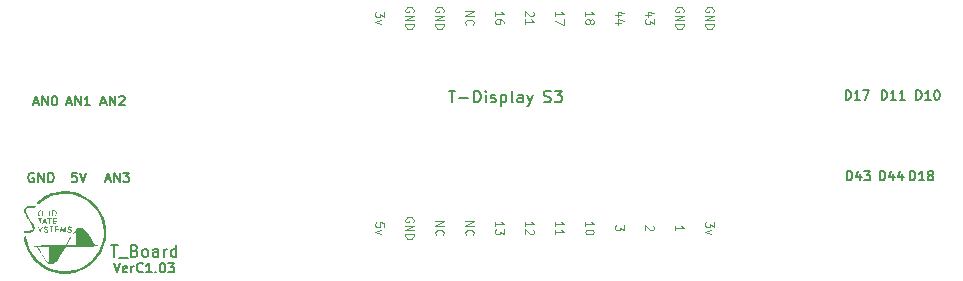
<source format=gbr>
%TF.GenerationSoftware,KiCad,Pcbnew,(7.0.0)*%
%TF.CreationDate,2024-02-24T11:05:22-08:00*%
%TF.ProjectId,Top_Board,546f705f-426f-4617-9264-2e6b69636164,0*%
%TF.SameCoordinates,Original*%
%TF.FileFunction,Legend,Top*%
%TF.FilePolarity,Positive*%
%FSLAX46Y46*%
G04 Gerber Fmt 4.6, Leading zero omitted, Abs format (unit mm)*
G04 Created by KiCad (PCBNEW (7.0.0)) date 2024-02-24 11:05:22*
%MOMM*%
%LPD*%
G01*
G04 APERTURE LIST*
%ADD10C,0.150000*%
%ADD11C,0.100000*%
G04 APERTURE END LIST*
D10*
X114325523Y-94807333D02*
X114706476Y-94807333D01*
X114249333Y-95035904D02*
X114516000Y-94235904D01*
X114516000Y-94235904D02*
X114782666Y-95035904D01*
X115049333Y-95035904D02*
X115049333Y-94235904D01*
X115049333Y-94235904D02*
X115506476Y-95035904D01*
X115506476Y-95035904D02*
X115506476Y-94235904D01*
X116039809Y-94235904D02*
X116115999Y-94235904D01*
X116115999Y-94235904D02*
X116192190Y-94274000D01*
X116192190Y-94274000D02*
X116230285Y-94312095D01*
X116230285Y-94312095D02*
X116268380Y-94388285D01*
X116268380Y-94388285D02*
X116306475Y-94540666D01*
X116306475Y-94540666D02*
X116306475Y-94731142D01*
X116306475Y-94731142D02*
X116268380Y-94883523D01*
X116268380Y-94883523D02*
X116230285Y-94959714D01*
X116230285Y-94959714D02*
X116192190Y-94997809D01*
X116192190Y-94997809D02*
X116115999Y-95035904D01*
X116115999Y-95035904D02*
X116039809Y-95035904D01*
X116039809Y-95035904D02*
X115963618Y-94997809D01*
X115963618Y-94997809D02*
X115925523Y-94959714D01*
X115925523Y-94959714D02*
X115887428Y-94883523D01*
X115887428Y-94883523D02*
X115849332Y-94731142D01*
X115849332Y-94731142D02*
X115849332Y-94540666D01*
X115849332Y-94540666D02*
X115887428Y-94388285D01*
X115887428Y-94388285D02*
X115925523Y-94312095D01*
X115925523Y-94312095D02*
X115963618Y-94274000D01*
X115963618Y-94274000D02*
X116039809Y-94235904D01*
X149447238Y-93778380D02*
X150018666Y-93778380D01*
X149732952Y-94778380D02*
X149732952Y-93778380D01*
X150352000Y-94397428D02*
X151113905Y-94397428D01*
X151590095Y-94778380D02*
X151590095Y-93778380D01*
X151590095Y-93778380D02*
X151828190Y-93778380D01*
X151828190Y-93778380D02*
X151971047Y-93826000D01*
X151971047Y-93826000D02*
X152066285Y-93921238D01*
X152066285Y-93921238D02*
X152113904Y-94016476D01*
X152113904Y-94016476D02*
X152161523Y-94206952D01*
X152161523Y-94206952D02*
X152161523Y-94349809D01*
X152161523Y-94349809D02*
X152113904Y-94540285D01*
X152113904Y-94540285D02*
X152066285Y-94635523D01*
X152066285Y-94635523D02*
X151971047Y-94730761D01*
X151971047Y-94730761D02*
X151828190Y-94778380D01*
X151828190Y-94778380D02*
X151590095Y-94778380D01*
X152590095Y-94778380D02*
X152590095Y-94111714D01*
X152590095Y-93778380D02*
X152542476Y-93826000D01*
X152542476Y-93826000D02*
X152590095Y-93873619D01*
X152590095Y-93873619D02*
X152637714Y-93826000D01*
X152637714Y-93826000D02*
X152590095Y-93778380D01*
X152590095Y-93778380D02*
X152590095Y-93873619D01*
X153018666Y-94730761D02*
X153113904Y-94778380D01*
X153113904Y-94778380D02*
X153304380Y-94778380D01*
X153304380Y-94778380D02*
X153399618Y-94730761D01*
X153399618Y-94730761D02*
X153447237Y-94635523D01*
X153447237Y-94635523D02*
X153447237Y-94587904D01*
X153447237Y-94587904D02*
X153399618Y-94492666D01*
X153399618Y-94492666D02*
X153304380Y-94445047D01*
X153304380Y-94445047D02*
X153161523Y-94445047D01*
X153161523Y-94445047D02*
X153066285Y-94397428D01*
X153066285Y-94397428D02*
X153018666Y-94302190D01*
X153018666Y-94302190D02*
X153018666Y-94254571D01*
X153018666Y-94254571D02*
X153066285Y-94159333D01*
X153066285Y-94159333D02*
X153161523Y-94111714D01*
X153161523Y-94111714D02*
X153304380Y-94111714D01*
X153304380Y-94111714D02*
X153399618Y-94159333D01*
X153875809Y-94111714D02*
X153875809Y-95111714D01*
X153875809Y-94159333D02*
X153971047Y-94111714D01*
X153971047Y-94111714D02*
X154161523Y-94111714D01*
X154161523Y-94111714D02*
X154256761Y-94159333D01*
X154256761Y-94159333D02*
X154304380Y-94206952D01*
X154304380Y-94206952D02*
X154351999Y-94302190D01*
X154351999Y-94302190D02*
X154351999Y-94587904D01*
X154351999Y-94587904D02*
X154304380Y-94683142D01*
X154304380Y-94683142D02*
X154256761Y-94730761D01*
X154256761Y-94730761D02*
X154161523Y-94778380D01*
X154161523Y-94778380D02*
X153971047Y-94778380D01*
X153971047Y-94778380D02*
X153875809Y-94730761D01*
X154923428Y-94778380D02*
X154828190Y-94730761D01*
X154828190Y-94730761D02*
X154780571Y-94635523D01*
X154780571Y-94635523D02*
X154780571Y-93778380D01*
X155732952Y-94778380D02*
X155732952Y-94254571D01*
X155732952Y-94254571D02*
X155685333Y-94159333D01*
X155685333Y-94159333D02*
X155590095Y-94111714D01*
X155590095Y-94111714D02*
X155399619Y-94111714D01*
X155399619Y-94111714D02*
X155304381Y-94159333D01*
X155732952Y-94730761D02*
X155637714Y-94778380D01*
X155637714Y-94778380D02*
X155399619Y-94778380D01*
X155399619Y-94778380D02*
X155304381Y-94730761D01*
X155304381Y-94730761D02*
X155256762Y-94635523D01*
X155256762Y-94635523D02*
X155256762Y-94540285D01*
X155256762Y-94540285D02*
X155304381Y-94445047D01*
X155304381Y-94445047D02*
X155399619Y-94397428D01*
X155399619Y-94397428D02*
X155637714Y-94397428D01*
X155637714Y-94397428D02*
X155732952Y-94349809D01*
X156113905Y-94111714D02*
X156352000Y-94778380D01*
X156590095Y-94111714D02*
X156352000Y-94778380D01*
X156352000Y-94778380D02*
X156256762Y-95016476D01*
X156256762Y-95016476D02*
X156209143Y-95064095D01*
X156209143Y-95064095D02*
X156113905Y-95111714D01*
X157523429Y-94730761D02*
X157666286Y-94778380D01*
X157666286Y-94778380D02*
X157904381Y-94778380D01*
X157904381Y-94778380D02*
X157999619Y-94730761D01*
X157999619Y-94730761D02*
X158047238Y-94683142D01*
X158047238Y-94683142D02*
X158094857Y-94587904D01*
X158094857Y-94587904D02*
X158094857Y-94492666D01*
X158094857Y-94492666D02*
X158047238Y-94397428D01*
X158047238Y-94397428D02*
X157999619Y-94349809D01*
X157999619Y-94349809D02*
X157904381Y-94302190D01*
X157904381Y-94302190D02*
X157713905Y-94254571D01*
X157713905Y-94254571D02*
X157618667Y-94206952D01*
X157618667Y-94206952D02*
X157571048Y-94159333D01*
X157571048Y-94159333D02*
X157523429Y-94064095D01*
X157523429Y-94064095D02*
X157523429Y-93968857D01*
X157523429Y-93968857D02*
X157571048Y-93873619D01*
X157571048Y-93873619D02*
X157618667Y-93826000D01*
X157618667Y-93826000D02*
X157713905Y-93778380D01*
X157713905Y-93778380D02*
X157952000Y-93778380D01*
X157952000Y-93778380D02*
X158094857Y-93826000D01*
X158428191Y-93778380D02*
X159047238Y-93778380D01*
X159047238Y-93778380D02*
X158713905Y-94159333D01*
X158713905Y-94159333D02*
X158856762Y-94159333D01*
X158856762Y-94159333D02*
X158952000Y-94206952D01*
X158952000Y-94206952D02*
X158999619Y-94254571D01*
X158999619Y-94254571D02*
X159047238Y-94349809D01*
X159047238Y-94349809D02*
X159047238Y-94587904D01*
X159047238Y-94587904D02*
X158999619Y-94683142D01*
X158999619Y-94683142D02*
X158952000Y-94730761D01*
X158952000Y-94730761D02*
X158856762Y-94778380D01*
X158856762Y-94778380D02*
X158571048Y-94778380D01*
X158571048Y-94778380D02*
X158475810Y-94730761D01*
X158475810Y-94730761D02*
X158428191Y-94683142D01*
X120421523Y-101284333D02*
X120802476Y-101284333D01*
X120345333Y-101512904D02*
X120612000Y-100712904D01*
X120612000Y-100712904D02*
X120878666Y-101512904D01*
X121145333Y-101512904D02*
X121145333Y-100712904D01*
X121145333Y-100712904D02*
X121602476Y-101512904D01*
X121602476Y-101512904D02*
X121602476Y-100712904D01*
X121907237Y-100712904D02*
X122402475Y-100712904D01*
X122402475Y-100712904D02*
X122135809Y-101017666D01*
X122135809Y-101017666D02*
X122250094Y-101017666D01*
X122250094Y-101017666D02*
X122326285Y-101055761D01*
X122326285Y-101055761D02*
X122364380Y-101093857D01*
X122364380Y-101093857D02*
X122402475Y-101170047D01*
X122402475Y-101170047D02*
X122402475Y-101360523D01*
X122402475Y-101360523D02*
X122364380Y-101436714D01*
X122364380Y-101436714D02*
X122326285Y-101474809D01*
X122326285Y-101474809D02*
X122250094Y-101512904D01*
X122250094Y-101512904D02*
X122021523Y-101512904D01*
X122021523Y-101512904D02*
X121945332Y-101474809D01*
X121945332Y-101474809D02*
X121907237Y-101436714D01*
X188512571Y-101385904D02*
X188512571Y-100585904D01*
X188512571Y-100585904D02*
X188703047Y-100585904D01*
X188703047Y-100585904D02*
X188817333Y-100624000D01*
X188817333Y-100624000D02*
X188893523Y-100700190D01*
X188893523Y-100700190D02*
X188931618Y-100776380D01*
X188931618Y-100776380D02*
X188969714Y-100928761D01*
X188969714Y-100928761D02*
X188969714Y-101043047D01*
X188969714Y-101043047D02*
X188931618Y-101195428D01*
X188931618Y-101195428D02*
X188893523Y-101271619D01*
X188893523Y-101271619D02*
X188817333Y-101347809D01*
X188817333Y-101347809D02*
X188703047Y-101385904D01*
X188703047Y-101385904D02*
X188512571Y-101385904D01*
X189731618Y-101385904D02*
X189274475Y-101385904D01*
X189503047Y-101385904D02*
X189503047Y-100585904D01*
X189503047Y-100585904D02*
X189426856Y-100700190D01*
X189426856Y-100700190D02*
X189350666Y-100776380D01*
X189350666Y-100776380D02*
X189274475Y-100814476D01*
X190188761Y-100928761D02*
X190112571Y-100890666D01*
X190112571Y-100890666D02*
X190074476Y-100852571D01*
X190074476Y-100852571D02*
X190036380Y-100776380D01*
X190036380Y-100776380D02*
X190036380Y-100738285D01*
X190036380Y-100738285D02*
X190074476Y-100662095D01*
X190074476Y-100662095D02*
X190112571Y-100624000D01*
X190112571Y-100624000D02*
X190188761Y-100585904D01*
X190188761Y-100585904D02*
X190341142Y-100585904D01*
X190341142Y-100585904D02*
X190417333Y-100624000D01*
X190417333Y-100624000D02*
X190455428Y-100662095D01*
X190455428Y-100662095D02*
X190493523Y-100738285D01*
X190493523Y-100738285D02*
X190493523Y-100776380D01*
X190493523Y-100776380D02*
X190455428Y-100852571D01*
X190455428Y-100852571D02*
X190417333Y-100890666D01*
X190417333Y-100890666D02*
X190341142Y-100928761D01*
X190341142Y-100928761D02*
X190188761Y-100928761D01*
X190188761Y-100928761D02*
X190112571Y-100966857D01*
X190112571Y-100966857D02*
X190074476Y-101004952D01*
X190074476Y-101004952D02*
X190036380Y-101081142D01*
X190036380Y-101081142D02*
X190036380Y-101233523D01*
X190036380Y-101233523D02*
X190074476Y-101309714D01*
X190074476Y-101309714D02*
X190112571Y-101347809D01*
X190112571Y-101347809D02*
X190188761Y-101385904D01*
X190188761Y-101385904D02*
X190341142Y-101385904D01*
X190341142Y-101385904D02*
X190417333Y-101347809D01*
X190417333Y-101347809D02*
X190455428Y-101309714D01*
X190455428Y-101309714D02*
X190493523Y-101233523D01*
X190493523Y-101233523D02*
X190493523Y-101081142D01*
X190493523Y-101081142D02*
X190455428Y-101004952D01*
X190455428Y-101004952D02*
X190417333Y-100966857D01*
X190417333Y-100966857D02*
X190341142Y-100928761D01*
X121107190Y-108372904D02*
X121373857Y-109172904D01*
X121373857Y-109172904D02*
X121640523Y-108372904D01*
X122211952Y-109134809D02*
X122135761Y-109172904D01*
X122135761Y-109172904D02*
X121983380Y-109172904D01*
X121983380Y-109172904D02*
X121907190Y-109134809D01*
X121907190Y-109134809D02*
X121869094Y-109058619D01*
X121869094Y-109058619D02*
X121869094Y-108753857D01*
X121869094Y-108753857D02*
X121907190Y-108677666D01*
X121907190Y-108677666D02*
X121983380Y-108639571D01*
X121983380Y-108639571D02*
X122135761Y-108639571D01*
X122135761Y-108639571D02*
X122211952Y-108677666D01*
X122211952Y-108677666D02*
X122250047Y-108753857D01*
X122250047Y-108753857D02*
X122250047Y-108830047D01*
X122250047Y-108830047D02*
X121869094Y-108906238D01*
X122592904Y-109172904D02*
X122592904Y-108639571D01*
X122592904Y-108791952D02*
X122630999Y-108715761D01*
X122630999Y-108715761D02*
X122669094Y-108677666D01*
X122669094Y-108677666D02*
X122745285Y-108639571D01*
X122745285Y-108639571D02*
X122821475Y-108639571D01*
X123545285Y-109096714D02*
X123507189Y-109134809D01*
X123507189Y-109134809D02*
X123392904Y-109172904D01*
X123392904Y-109172904D02*
X123316713Y-109172904D01*
X123316713Y-109172904D02*
X123202427Y-109134809D01*
X123202427Y-109134809D02*
X123126237Y-109058619D01*
X123126237Y-109058619D02*
X123088142Y-108982428D01*
X123088142Y-108982428D02*
X123050046Y-108830047D01*
X123050046Y-108830047D02*
X123050046Y-108715761D01*
X123050046Y-108715761D02*
X123088142Y-108563380D01*
X123088142Y-108563380D02*
X123126237Y-108487190D01*
X123126237Y-108487190D02*
X123202427Y-108411000D01*
X123202427Y-108411000D02*
X123316713Y-108372904D01*
X123316713Y-108372904D02*
X123392904Y-108372904D01*
X123392904Y-108372904D02*
X123507189Y-108411000D01*
X123507189Y-108411000D02*
X123545285Y-108449095D01*
X124307189Y-109172904D02*
X123850046Y-109172904D01*
X124078618Y-109172904D02*
X124078618Y-108372904D01*
X124078618Y-108372904D02*
X124002427Y-108487190D01*
X124002427Y-108487190D02*
X123926237Y-108563380D01*
X123926237Y-108563380D02*
X123850046Y-108601476D01*
X124650047Y-109096714D02*
X124688142Y-109134809D01*
X124688142Y-109134809D02*
X124650047Y-109172904D01*
X124650047Y-109172904D02*
X124611951Y-109134809D01*
X124611951Y-109134809D02*
X124650047Y-109096714D01*
X124650047Y-109096714D02*
X124650047Y-109172904D01*
X125183380Y-108372904D02*
X125259570Y-108372904D01*
X125259570Y-108372904D02*
X125335761Y-108411000D01*
X125335761Y-108411000D02*
X125373856Y-108449095D01*
X125373856Y-108449095D02*
X125411951Y-108525285D01*
X125411951Y-108525285D02*
X125450046Y-108677666D01*
X125450046Y-108677666D02*
X125450046Y-108868142D01*
X125450046Y-108868142D02*
X125411951Y-109020523D01*
X125411951Y-109020523D02*
X125373856Y-109096714D01*
X125373856Y-109096714D02*
X125335761Y-109134809D01*
X125335761Y-109134809D02*
X125259570Y-109172904D01*
X125259570Y-109172904D02*
X125183380Y-109172904D01*
X125183380Y-109172904D02*
X125107189Y-109134809D01*
X125107189Y-109134809D02*
X125069094Y-109096714D01*
X125069094Y-109096714D02*
X125030999Y-109020523D01*
X125030999Y-109020523D02*
X124992903Y-108868142D01*
X124992903Y-108868142D02*
X124992903Y-108677666D01*
X124992903Y-108677666D02*
X125030999Y-108525285D01*
X125030999Y-108525285D02*
X125069094Y-108449095D01*
X125069094Y-108449095D02*
X125107189Y-108411000D01*
X125107189Y-108411000D02*
X125183380Y-108372904D01*
X125716713Y-108372904D02*
X126211951Y-108372904D01*
X126211951Y-108372904D02*
X125945285Y-108677666D01*
X125945285Y-108677666D02*
X126059570Y-108677666D01*
X126059570Y-108677666D02*
X126135761Y-108715761D01*
X126135761Y-108715761D02*
X126173856Y-108753857D01*
X126173856Y-108753857D02*
X126211951Y-108830047D01*
X126211951Y-108830047D02*
X126211951Y-109020523D01*
X126211951Y-109020523D02*
X126173856Y-109096714D01*
X126173856Y-109096714D02*
X126135761Y-109134809D01*
X126135761Y-109134809D02*
X126059570Y-109172904D01*
X126059570Y-109172904D02*
X125830999Y-109172904D01*
X125830999Y-109172904D02*
X125754808Y-109134809D01*
X125754808Y-109134809D02*
X125716713Y-109096714D01*
X114325476Y-100751000D02*
X114249286Y-100712904D01*
X114249286Y-100712904D02*
X114135000Y-100712904D01*
X114135000Y-100712904D02*
X114020714Y-100751000D01*
X114020714Y-100751000D02*
X113944524Y-100827190D01*
X113944524Y-100827190D02*
X113906429Y-100903380D01*
X113906429Y-100903380D02*
X113868333Y-101055761D01*
X113868333Y-101055761D02*
X113868333Y-101170047D01*
X113868333Y-101170047D02*
X113906429Y-101322428D01*
X113906429Y-101322428D02*
X113944524Y-101398619D01*
X113944524Y-101398619D02*
X114020714Y-101474809D01*
X114020714Y-101474809D02*
X114135000Y-101512904D01*
X114135000Y-101512904D02*
X114211191Y-101512904D01*
X114211191Y-101512904D02*
X114325476Y-101474809D01*
X114325476Y-101474809D02*
X114363572Y-101436714D01*
X114363572Y-101436714D02*
X114363572Y-101170047D01*
X114363572Y-101170047D02*
X114211191Y-101170047D01*
X114706429Y-101512904D02*
X114706429Y-100712904D01*
X114706429Y-100712904D02*
X115163572Y-101512904D01*
X115163572Y-101512904D02*
X115163572Y-100712904D01*
X115544524Y-101512904D02*
X115544524Y-100712904D01*
X115544524Y-100712904D02*
X115735000Y-100712904D01*
X115735000Y-100712904D02*
X115849286Y-100751000D01*
X115849286Y-100751000D02*
X115925476Y-100827190D01*
X115925476Y-100827190D02*
X115963571Y-100903380D01*
X115963571Y-100903380D02*
X116001667Y-101055761D01*
X116001667Y-101055761D02*
X116001667Y-101170047D01*
X116001667Y-101170047D02*
X115963571Y-101322428D01*
X115963571Y-101322428D02*
X115925476Y-101398619D01*
X115925476Y-101398619D02*
X115849286Y-101474809D01*
X115849286Y-101474809D02*
X115735000Y-101512904D01*
X115735000Y-101512904D02*
X115544524Y-101512904D01*
X189035571Y-94549904D02*
X189035571Y-93749904D01*
X189035571Y-93749904D02*
X189226047Y-93749904D01*
X189226047Y-93749904D02*
X189340333Y-93788000D01*
X189340333Y-93788000D02*
X189416523Y-93864190D01*
X189416523Y-93864190D02*
X189454618Y-93940380D01*
X189454618Y-93940380D02*
X189492714Y-94092761D01*
X189492714Y-94092761D02*
X189492714Y-94207047D01*
X189492714Y-94207047D02*
X189454618Y-94359428D01*
X189454618Y-94359428D02*
X189416523Y-94435619D01*
X189416523Y-94435619D02*
X189340333Y-94511809D01*
X189340333Y-94511809D02*
X189226047Y-94549904D01*
X189226047Y-94549904D02*
X189035571Y-94549904D01*
X190254618Y-94549904D02*
X189797475Y-94549904D01*
X190026047Y-94549904D02*
X190026047Y-93749904D01*
X190026047Y-93749904D02*
X189949856Y-93864190D01*
X189949856Y-93864190D02*
X189873666Y-93940380D01*
X189873666Y-93940380D02*
X189797475Y-93978476D01*
X190749857Y-93749904D02*
X190826047Y-93749904D01*
X190826047Y-93749904D02*
X190902238Y-93788000D01*
X190902238Y-93788000D02*
X190940333Y-93826095D01*
X190940333Y-93826095D02*
X190978428Y-93902285D01*
X190978428Y-93902285D02*
X191016523Y-94054666D01*
X191016523Y-94054666D02*
X191016523Y-94245142D01*
X191016523Y-94245142D02*
X190978428Y-94397523D01*
X190978428Y-94397523D02*
X190940333Y-94473714D01*
X190940333Y-94473714D02*
X190902238Y-94511809D01*
X190902238Y-94511809D02*
X190826047Y-94549904D01*
X190826047Y-94549904D02*
X190749857Y-94549904D01*
X190749857Y-94549904D02*
X190673666Y-94511809D01*
X190673666Y-94511809D02*
X190635571Y-94473714D01*
X190635571Y-94473714D02*
X190597476Y-94397523D01*
X190597476Y-94397523D02*
X190559380Y-94245142D01*
X190559380Y-94245142D02*
X190559380Y-94054666D01*
X190559380Y-94054666D02*
X190597476Y-93902285D01*
X190597476Y-93902285D02*
X190635571Y-93826095D01*
X190635571Y-93826095D02*
X190673666Y-93788000D01*
X190673666Y-93788000D02*
X190749857Y-93749904D01*
X117957619Y-100712904D02*
X117576667Y-100712904D01*
X117576667Y-100712904D02*
X117538571Y-101093857D01*
X117538571Y-101093857D02*
X117576667Y-101055761D01*
X117576667Y-101055761D02*
X117652857Y-101017666D01*
X117652857Y-101017666D02*
X117843333Y-101017666D01*
X117843333Y-101017666D02*
X117919524Y-101055761D01*
X117919524Y-101055761D02*
X117957619Y-101093857D01*
X117957619Y-101093857D02*
X117995714Y-101170047D01*
X117995714Y-101170047D02*
X117995714Y-101360523D01*
X117995714Y-101360523D02*
X117957619Y-101436714D01*
X117957619Y-101436714D02*
X117919524Y-101474809D01*
X117919524Y-101474809D02*
X117843333Y-101512904D01*
X117843333Y-101512904D02*
X117652857Y-101512904D01*
X117652857Y-101512904D02*
X117576667Y-101474809D01*
X117576667Y-101474809D02*
X117538571Y-101436714D01*
X118224286Y-100712904D02*
X118490953Y-101512904D01*
X118490953Y-101512904D02*
X118757619Y-100712904D01*
X183066571Y-94549904D02*
X183066571Y-93749904D01*
X183066571Y-93749904D02*
X183257047Y-93749904D01*
X183257047Y-93749904D02*
X183371333Y-93788000D01*
X183371333Y-93788000D02*
X183447523Y-93864190D01*
X183447523Y-93864190D02*
X183485618Y-93940380D01*
X183485618Y-93940380D02*
X183523714Y-94092761D01*
X183523714Y-94092761D02*
X183523714Y-94207047D01*
X183523714Y-94207047D02*
X183485618Y-94359428D01*
X183485618Y-94359428D02*
X183447523Y-94435619D01*
X183447523Y-94435619D02*
X183371333Y-94511809D01*
X183371333Y-94511809D02*
X183257047Y-94549904D01*
X183257047Y-94549904D02*
X183066571Y-94549904D01*
X184285618Y-94549904D02*
X183828475Y-94549904D01*
X184057047Y-94549904D02*
X184057047Y-93749904D01*
X184057047Y-93749904D02*
X183980856Y-93864190D01*
X183980856Y-93864190D02*
X183904666Y-93940380D01*
X183904666Y-93940380D02*
X183828475Y-93978476D01*
X184552285Y-93749904D02*
X185085619Y-93749904D01*
X185085619Y-93749904D02*
X184742761Y-94549904D01*
X120872238Y-106859380D02*
X121443666Y-106859380D01*
X121157952Y-107859380D02*
X121157952Y-106859380D01*
X121538905Y-107954619D02*
X122300809Y-107954619D01*
X122872238Y-107335571D02*
X123015095Y-107383190D01*
X123015095Y-107383190D02*
X123062714Y-107430809D01*
X123062714Y-107430809D02*
X123110333Y-107526047D01*
X123110333Y-107526047D02*
X123110333Y-107668904D01*
X123110333Y-107668904D02*
X123062714Y-107764142D01*
X123062714Y-107764142D02*
X123015095Y-107811761D01*
X123015095Y-107811761D02*
X122919857Y-107859380D01*
X122919857Y-107859380D02*
X122538905Y-107859380D01*
X122538905Y-107859380D02*
X122538905Y-106859380D01*
X122538905Y-106859380D02*
X122872238Y-106859380D01*
X122872238Y-106859380D02*
X122967476Y-106907000D01*
X122967476Y-106907000D02*
X123015095Y-106954619D01*
X123015095Y-106954619D02*
X123062714Y-107049857D01*
X123062714Y-107049857D02*
X123062714Y-107145095D01*
X123062714Y-107145095D02*
X123015095Y-107240333D01*
X123015095Y-107240333D02*
X122967476Y-107287952D01*
X122967476Y-107287952D02*
X122872238Y-107335571D01*
X122872238Y-107335571D02*
X122538905Y-107335571D01*
X123681762Y-107859380D02*
X123586524Y-107811761D01*
X123586524Y-107811761D02*
X123538905Y-107764142D01*
X123538905Y-107764142D02*
X123491286Y-107668904D01*
X123491286Y-107668904D02*
X123491286Y-107383190D01*
X123491286Y-107383190D02*
X123538905Y-107287952D01*
X123538905Y-107287952D02*
X123586524Y-107240333D01*
X123586524Y-107240333D02*
X123681762Y-107192714D01*
X123681762Y-107192714D02*
X123824619Y-107192714D01*
X123824619Y-107192714D02*
X123919857Y-107240333D01*
X123919857Y-107240333D02*
X123967476Y-107287952D01*
X123967476Y-107287952D02*
X124015095Y-107383190D01*
X124015095Y-107383190D02*
X124015095Y-107668904D01*
X124015095Y-107668904D02*
X123967476Y-107764142D01*
X123967476Y-107764142D02*
X123919857Y-107811761D01*
X123919857Y-107811761D02*
X123824619Y-107859380D01*
X123824619Y-107859380D02*
X123681762Y-107859380D01*
X124872238Y-107859380D02*
X124872238Y-107335571D01*
X124872238Y-107335571D02*
X124824619Y-107240333D01*
X124824619Y-107240333D02*
X124729381Y-107192714D01*
X124729381Y-107192714D02*
X124538905Y-107192714D01*
X124538905Y-107192714D02*
X124443667Y-107240333D01*
X124872238Y-107811761D02*
X124777000Y-107859380D01*
X124777000Y-107859380D02*
X124538905Y-107859380D01*
X124538905Y-107859380D02*
X124443667Y-107811761D01*
X124443667Y-107811761D02*
X124396048Y-107716523D01*
X124396048Y-107716523D02*
X124396048Y-107621285D01*
X124396048Y-107621285D02*
X124443667Y-107526047D01*
X124443667Y-107526047D02*
X124538905Y-107478428D01*
X124538905Y-107478428D02*
X124777000Y-107478428D01*
X124777000Y-107478428D02*
X124872238Y-107430809D01*
X125348429Y-107859380D02*
X125348429Y-107192714D01*
X125348429Y-107383190D02*
X125396048Y-107287952D01*
X125396048Y-107287952D02*
X125443667Y-107240333D01*
X125443667Y-107240333D02*
X125538905Y-107192714D01*
X125538905Y-107192714D02*
X125634143Y-107192714D01*
X126396048Y-107859380D02*
X126396048Y-106859380D01*
X126396048Y-107811761D02*
X126300810Y-107859380D01*
X126300810Y-107859380D02*
X126110334Y-107859380D01*
X126110334Y-107859380D02*
X126015096Y-107811761D01*
X126015096Y-107811761D02*
X125967477Y-107764142D01*
X125967477Y-107764142D02*
X125919858Y-107668904D01*
X125919858Y-107668904D02*
X125919858Y-107383190D01*
X125919858Y-107383190D02*
X125967477Y-107287952D01*
X125967477Y-107287952D02*
X126015096Y-107240333D01*
X126015096Y-107240333D02*
X126110334Y-107192714D01*
X126110334Y-107192714D02*
X126300810Y-107192714D01*
X126300810Y-107192714D02*
X126396048Y-107240333D01*
X186114571Y-94549904D02*
X186114571Y-93749904D01*
X186114571Y-93749904D02*
X186305047Y-93749904D01*
X186305047Y-93749904D02*
X186419333Y-93788000D01*
X186419333Y-93788000D02*
X186495523Y-93864190D01*
X186495523Y-93864190D02*
X186533618Y-93940380D01*
X186533618Y-93940380D02*
X186571714Y-94092761D01*
X186571714Y-94092761D02*
X186571714Y-94207047D01*
X186571714Y-94207047D02*
X186533618Y-94359428D01*
X186533618Y-94359428D02*
X186495523Y-94435619D01*
X186495523Y-94435619D02*
X186419333Y-94511809D01*
X186419333Y-94511809D02*
X186305047Y-94549904D01*
X186305047Y-94549904D02*
X186114571Y-94549904D01*
X187333618Y-94549904D02*
X186876475Y-94549904D01*
X187105047Y-94549904D02*
X187105047Y-93749904D01*
X187105047Y-93749904D02*
X187028856Y-93864190D01*
X187028856Y-93864190D02*
X186952666Y-93940380D01*
X186952666Y-93940380D02*
X186876475Y-93978476D01*
X188095523Y-94549904D02*
X187638380Y-94549904D01*
X187866952Y-94549904D02*
X187866952Y-93749904D01*
X187866952Y-93749904D02*
X187790761Y-93864190D01*
X187790761Y-93864190D02*
X187714571Y-93940380D01*
X187714571Y-93940380D02*
X187638380Y-93978476D01*
X183178571Y-101385904D02*
X183178571Y-100585904D01*
X183178571Y-100585904D02*
X183369047Y-100585904D01*
X183369047Y-100585904D02*
X183483333Y-100624000D01*
X183483333Y-100624000D02*
X183559523Y-100700190D01*
X183559523Y-100700190D02*
X183597618Y-100776380D01*
X183597618Y-100776380D02*
X183635714Y-100928761D01*
X183635714Y-100928761D02*
X183635714Y-101043047D01*
X183635714Y-101043047D02*
X183597618Y-101195428D01*
X183597618Y-101195428D02*
X183559523Y-101271619D01*
X183559523Y-101271619D02*
X183483333Y-101347809D01*
X183483333Y-101347809D02*
X183369047Y-101385904D01*
X183369047Y-101385904D02*
X183178571Y-101385904D01*
X184321428Y-100852571D02*
X184321428Y-101385904D01*
X184130952Y-100547809D02*
X183940475Y-101119238D01*
X183940475Y-101119238D02*
X184435714Y-101119238D01*
X184664285Y-100585904D02*
X185159523Y-100585904D01*
X185159523Y-100585904D02*
X184892857Y-100890666D01*
X184892857Y-100890666D02*
X185007142Y-100890666D01*
X185007142Y-100890666D02*
X185083333Y-100928761D01*
X185083333Y-100928761D02*
X185121428Y-100966857D01*
X185121428Y-100966857D02*
X185159523Y-101043047D01*
X185159523Y-101043047D02*
X185159523Y-101233523D01*
X185159523Y-101233523D02*
X185121428Y-101309714D01*
X185121428Y-101309714D02*
X185083333Y-101347809D01*
X185083333Y-101347809D02*
X185007142Y-101385904D01*
X185007142Y-101385904D02*
X184778571Y-101385904D01*
X184778571Y-101385904D02*
X184702380Y-101347809D01*
X184702380Y-101347809D02*
X184664285Y-101309714D01*
X120040523Y-94807333D02*
X120421476Y-94807333D01*
X119964333Y-95035904D02*
X120231000Y-94235904D01*
X120231000Y-94235904D02*
X120497666Y-95035904D01*
X120764333Y-95035904D02*
X120764333Y-94235904D01*
X120764333Y-94235904D02*
X121221476Y-95035904D01*
X121221476Y-95035904D02*
X121221476Y-94235904D01*
X121564332Y-94312095D02*
X121602428Y-94274000D01*
X121602428Y-94274000D02*
X121678618Y-94235904D01*
X121678618Y-94235904D02*
X121869094Y-94235904D01*
X121869094Y-94235904D02*
X121945285Y-94274000D01*
X121945285Y-94274000D02*
X121983380Y-94312095D01*
X121983380Y-94312095D02*
X122021475Y-94388285D01*
X122021475Y-94388285D02*
X122021475Y-94464476D01*
X122021475Y-94464476D02*
X121983380Y-94578761D01*
X121983380Y-94578761D02*
X121526237Y-95035904D01*
X121526237Y-95035904D02*
X122021475Y-95035904D01*
X185972571Y-101385904D02*
X185972571Y-100585904D01*
X185972571Y-100585904D02*
X186163047Y-100585904D01*
X186163047Y-100585904D02*
X186277333Y-100624000D01*
X186277333Y-100624000D02*
X186353523Y-100700190D01*
X186353523Y-100700190D02*
X186391618Y-100776380D01*
X186391618Y-100776380D02*
X186429714Y-100928761D01*
X186429714Y-100928761D02*
X186429714Y-101043047D01*
X186429714Y-101043047D02*
X186391618Y-101195428D01*
X186391618Y-101195428D02*
X186353523Y-101271619D01*
X186353523Y-101271619D02*
X186277333Y-101347809D01*
X186277333Y-101347809D02*
X186163047Y-101385904D01*
X186163047Y-101385904D02*
X185972571Y-101385904D01*
X187115428Y-100852571D02*
X187115428Y-101385904D01*
X186924952Y-100547809D02*
X186734475Y-101119238D01*
X186734475Y-101119238D02*
X187229714Y-101119238D01*
X187877333Y-100852571D02*
X187877333Y-101385904D01*
X187686857Y-100547809D02*
X187496380Y-101119238D01*
X187496380Y-101119238D02*
X187991619Y-101119238D01*
X117119523Y-94807333D02*
X117500476Y-94807333D01*
X117043333Y-95035904D02*
X117310000Y-94235904D01*
X117310000Y-94235904D02*
X117576666Y-95035904D01*
X117843333Y-95035904D02*
X117843333Y-94235904D01*
X117843333Y-94235904D02*
X118300476Y-95035904D01*
X118300476Y-95035904D02*
X118300476Y-94235904D01*
X119100475Y-95035904D02*
X118643332Y-95035904D01*
X118871904Y-95035904D02*
X118871904Y-94235904D01*
X118871904Y-94235904D02*
X118795713Y-94350190D01*
X118795713Y-94350190D02*
X118719523Y-94426380D01*
X118719523Y-94426380D02*
X118643332Y-94464476D01*
D11*
%TO.C,U1*%
X148332833Y-104860000D02*
X149032833Y-104860000D01*
X149032833Y-104860000D02*
X148332833Y-105260000D01*
X148332833Y-105260000D02*
X149032833Y-105260000D01*
X148399500Y-105993333D02*
X148366166Y-105960000D01*
X148366166Y-105960000D02*
X148332833Y-105860000D01*
X148332833Y-105860000D02*
X148332833Y-105793333D01*
X148332833Y-105793333D02*
X148366166Y-105693333D01*
X148366166Y-105693333D02*
X148432833Y-105626667D01*
X148432833Y-105626667D02*
X148499500Y-105593333D01*
X148499500Y-105593333D02*
X148632833Y-105560000D01*
X148632833Y-105560000D02*
X148732833Y-105560000D01*
X148732833Y-105560000D02*
X148866166Y-105593333D01*
X148866166Y-105593333D02*
X148932833Y-105626667D01*
X148932833Y-105626667D02*
X148999500Y-105693333D01*
X148999500Y-105693333D02*
X149032833Y-105793333D01*
X149032833Y-105793333D02*
X149032833Y-105860000D01*
X149032833Y-105860000D02*
X148999500Y-105960000D01*
X148999500Y-105960000D02*
X148966166Y-105993333D01*
X146459500Y-104876667D02*
X146492833Y-104810000D01*
X146492833Y-104810000D02*
X146492833Y-104710000D01*
X146492833Y-104710000D02*
X146459500Y-104610000D01*
X146459500Y-104610000D02*
X146392833Y-104543334D01*
X146392833Y-104543334D02*
X146326166Y-104510000D01*
X146326166Y-104510000D02*
X146192833Y-104476667D01*
X146192833Y-104476667D02*
X146092833Y-104476667D01*
X146092833Y-104476667D02*
X145959500Y-104510000D01*
X145959500Y-104510000D02*
X145892833Y-104543334D01*
X145892833Y-104543334D02*
X145826166Y-104610000D01*
X145826166Y-104610000D02*
X145792833Y-104710000D01*
X145792833Y-104710000D02*
X145792833Y-104776667D01*
X145792833Y-104776667D02*
X145826166Y-104876667D01*
X145826166Y-104876667D02*
X145859500Y-104910000D01*
X145859500Y-104910000D02*
X146092833Y-104910000D01*
X146092833Y-104910000D02*
X146092833Y-104776667D01*
X145792833Y-105210000D02*
X146492833Y-105210000D01*
X146492833Y-105210000D02*
X145792833Y-105610000D01*
X145792833Y-105610000D02*
X146492833Y-105610000D01*
X145792833Y-105943333D02*
X146492833Y-105943333D01*
X146492833Y-105943333D02*
X146492833Y-106110000D01*
X146492833Y-106110000D02*
X146459500Y-106210000D01*
X146459500Y-106210000D02*
X146392833Y-106276667D01*
X146392833Y-106276667D02*
X146326166Y-106310000D01*
X146326166Y-106310000D02*
X146192833Y-106343333D01*
X146192833Y-106343333D02*
X146092833Y-106343333D01*
X146092833Y-106343333D02*
X145959500Y-106310000D01*
X145959500Y-106310000D02*
X145892833Y-106276667D01*
X145892833Y-106276667D02*
X145826166Y-106210000D01*
X145826166Y-106210000D02*
X145792833Y-106110000D01*
X145792833Y-106110000D02*
X145792833Y-105943333D01*
X161032833Y-87482284D02*
X161032833Y-87082284D01*
X161032833Y-87282284D02*
X161732833Y-87282284D01*
X161732833Y-87282284D02*
X161632833Y-87215617D01*
X161632833Y-87215617D02*
X161566166Y-87148951D01*
X161566166Y-87148951D02*
X161532833Y-87082284D01*
X161432833Y-87882284D02*
X161466166Y-87815618D01*
X161466166Y-87815618D02*
X161499500Y-87782284D01*
X161499500Y-87782284D02*
X161566166Y-87748951D01*
X161566166Y-87748951D02*
X161599500Y-87748951D01*
X161599500Y-87748951D02*
X161666166Y-87782284D01*
X161666166Y-87782284D02*
X161699500Y-87815618D01*
X161699500Y-87815618D02*
X161732833Y-87882284D01*
X161732833Y-87882284D02*
X161732833Y-88015618D01*
X161732833Y-88015618D02*
X161699500Y-88082284D01*
X161699500Y-88082284D02*
X161666166Y-88115618D01*
X161666166Y-88115618D02*
X161599500Y-88148951D01*
X161599500Y-88148951D02*
X161566166Y-88148951D01*
X161566166Y-88148951D02*
X161499500Y-88115618D01*
X161499500Y-88115618D02*
X161466166Y-88082284D01*
X161466166Y-88082284D02*
X161432833Y-88015618D01*
X161432833Y-88015618D02*
X161432833Y-87882284D01*
X161432833Y-87882284D02*
X161399500Y-87815618D01*
X161399500Y-87815618D02*
X161366166Y-87782284D01*
X161366166Y-87782284D02*
X161299500Y-87748951D01*
X161299500Y-87748951D02*
X161166166Y-87748951D01*
X161166166Y-87748951D02*
X161099500Y-87782284D01*
X161099500Y-87782284D02*
X161066166Y-87815618D01*
X161066166Y-87815618D02*
X161032833Y-87882284D01*
X161032833Y-87882284D02*
X161032833Y-88015618D01*
X161032833Y-88015618D02*
X161066166Y-88082284D01*
X161066166Y-88082284D02*
X161099500Y-88115618D01*
X161099500Y-88115618D02*
X161166166Y-88148951D01*
X161166166Y-88148951D02*
X161299500Y-88148951D01*
X161299500Y-88148951D02*
X161366166Y-88115618D01*
X161366166Y-88115618D02*
X161399500Y-88082284D01*
X161399500Y-88082284D02*
X161432833Y-88015618D01*
X156586166Y-87082284D02*
X156619500Y-87115617D01*
X156619500Y-87115617D02*
X156652833Y-87182284D01*
X156652833Y-87182284D02*
X156652833Y-87348951D01*
X156652833Y-87348951D02*
X156619500Y-87415617D01*
X156619500Y-87415617D02*
X156586166Y-87448951D01*
X156586166Y-87448951D02*
X156519500Y-87482284D01*
X156519500Y-87482284D02*
X156452833Y-87482284D01*
X156452833Y-87482284D02*
X156352833Y-87448951D01*
X156352833Y-87448951D02*
X155952833Y-87048951D01*
X155952833Y-87048951D02*
X155952833Y-87482284D01*
X155952833Y-88148951D02*
X155952833Y-87748951D01*
X155952833Y-87948951D02*
X156652833Y-87948951D01*
X156652833Y-87948951D02*
X156552833Y-87882284D01*
X156552833Y-87882284D02*
X156486166Y-87815618D01*
X156486166Y-87815618D02*
X156452833Y-87748951D01*
X169319500Y-87096667D02*
X169352833Y-87030000D01*
X169352833Y-87030000D02*
X169352833Y-86930000D01*
X169352833Y-86930000D02*
X169319500Y-86830000D01*
X169319500Y-86830000D02*
X169252833Y-86763334D01*
X169252833Y-86763334D02*
X169186166Y-86730000D01*
X169186166Y-86730000D02*
X169052833Y-86696667D01*
X169052833Y-86696667D02*
X168952833Y-86696667D01*
X168952833Y-86696667D02*
X168819500Y-86730000D01*
X168819500Y-86730000D02*
X168752833Y-86763334D01*
X168752833Y-86763334D02*
X168686166Y-86830000D01*
X168686166Y-86830000D02*
X168652833Y-86930000D01*
X168652833Y-86930000D02*
X168652833Y-86996667D01*
X168652833Y-86996667D02*
X168686166Y-87096667D01*
X168686166Y-87096667D02*
X168719500Y-87130000D01*
X168719500Y-87130000D02*
X168952833Y-87130000D01*
X168952833Y-87130000D02*
X168952833Y-86996667D01*
X168652833Y-87430000D02*
X169352833Y-87430000D01*
X169352833Y-87430000D02*
X168652833Y-87830000D01*
X168652833Y-87830000D02*
X169352833Y-87830000D01*
X168652833Y-88163333D02*
X169352833Y-88163333D01*
X169352833Y-88163333D02*
X169352833Y-88330000D01*
X169352833Y-88330000D02*
X169319500Y-88430000D01*
X169319500Y-88430000D02*
X169252833Y-88496667D01*
X169252833Y-88496667D02*
X169186166Y-88530000D01*
X169186166Y-88530000D02*
X169052833Y-88563333D01*
X169052833Y-88563333D02*
X168952833Y-88563333D01*
X168952833Y-88563333D02*
X168819500Y-88530000D01*
X168819500Y-88530000D02*
X168752833Y-88496667D01*
X168752833Y-88496667D02*
X168686166Y-88430000D01*
X168686166Y-88430000D02*
X168652833Y-88330000D01*
X168652833Y-88330000D02*
X168652833Y-88163333D01*
X158492833Y-87482284D02*
X158492833Y-87082284D01*
X158492833Y-87282284D02*
X159192833Y-87282284D01*
X159192833Y-87282284D02*
X159092833Y-87215617D01*
X159092833Y-87215617D02*
X159026166Y-87148951D01*
X159026166Y-87148951D02*
X158992833Y-87082284D01*
X159192833Y-87715618D02*
X159192833Y-88182284D01*
X159192833Y-88182284D02*
X158492833Y-87882284D01*
X158492833Y-105276666D02*
X158492833Y-104876666D01*
X158492833Y-105076666D02*
X159192833Y-105076666D01*
X159192833Y-105076666D02*
X159092833Y-105009999D01*
X159092833Y-105009999D02*
X159026166Y-104943333D01*
X159026166Y-104943333D02*
X158992833Y-104876666D01*
X158492833Y-105943333D02*
X158492833Y-105543333D01*
X158492833Y-105743333D02*
X159192833Y-105743333D01*
X159192833Y-105743333D02*
X159092833Y-105676666D01*
X159092833Y-105676666D02*
X159026166Y-105610000D01*
X159026166Y-105610000D02*
X158992833Y-105543333D01*
X153412833Y-105276666D02*
X153412833Y-104876666D01*
X153412833Y-105076666D02*
X154112833Y-105076666D01*
X154112833Y-105076666D02*
X154012833Y-105009999D01*
X154012833Y-105009999D02*
X153946166Y-104943333D01*
X153946166Y-104943333D02*
X153912833Y-104876666D01*
X154112833Y-105510000D02*
X154112833Y-105943333D01*
X154112833Y-105943333D02*
X153846166Y-105710000D01*
X153846166Y-105710000D02*
X153846166Y-105810000D01*
X153846166Y-105810000D02*
X153812833Y-105876666D01*
X153812833Y-105876666D02*
X153779500Y-105910000D01*
X153779500Y-105910000D02*
X153712833Y-105943333D01*
X153712833Y-105943333D02*
X153546166Y-105943333D01*
X153546166Y-105943333D02*
X153479500Y-105910000D01*
X153479500Y-105910000D02*
X153446166Y-105876666D01*
X153446166Y-105876666D02*
X153412833Y-105810000D01*
X153412833Y-105810000D02*
X153412833Y-105610000D01*
X153412833Y-105610000D02*
X153446166Y-105543333D01*
X153446166Y-105543333D02*
X153479500Y-105510000D01*
X166579500Y-87415617D02*
X166112833Y-87415617D01*
X166846166Y-87248951D02*
X166346166Y-87082284D01*
X166346166Y-87082284D02*
X166346166Y-87515617D01*
X166812833Y-87715618D02*
X166812833Y-88148951D01*
X166812833Y-88148951D02*
X166546166Y-87915618D01*
X166546166Y-87915618D02*
X166546166Y-88015618D01*
X166546166Y-88015618D02*
X166512833Y-88082284D01*
X166512833Y-88082284D02*
X166479500Y-88115618D01*
X166479500Y-88115618D02*
X166412833Y-88148951D01*
X166412833Y-88148951D02*
X166246166Y-88148951D01*
X166246166Y-88148951D02*
X166179500Y-88115618D01*
X166179500Y-88115618D02*
X166146166Y-88082284D01*
X166146166Y-88082284D02*
X166112833Y-88015618D01*
X166112833Y-88015618D02*
X166112833Y-87815618D01*
X166112833Y-87815618D02*
X166146166Y-87748951D01*
X166146166Y-87748951D02*
X166179500Y-87715618D01*
X150872833Y-87065618D02*
X151572833Y-87065618D01*
X151572833Y-87065618D02*
X150872833Y-87465618D01*
X150872833Y-87465618D02*
X151572833Y-87465618D01*
X150939500Y-88198951D02*
X150906166Y-88165618D01*
X150906166Y-88165618D02*
X150872833Y-88065618D01*
X150872833Y-88065618D02*
X150872833Y-87998951D01*
X150872833Y-87998951D02*
X150906166Y-87898951D01*
X150906166Y-87898951D02*
X150972833Y-87832285D01*
X150972833Y-87832285D02*
X151039500Y-87798951D01*
X151039500Y-87798951D02*
X151172833Y-87765618D01*
X151172833Y-87765618D02*
X151272833Y-87765618D01*
X151272833Y-87765618D02*
X151406166Y-87798951D01*
X151406166Y-87798951D02*
X151472833Y-87832285D01*
X151472833Y-87832285D02*
X151539500Y-87898951D01*
X151539500Y-87898951D02*
X151572833Y-87998951D01*
X151572833Y-87998951D02*
X151572833Y-88065618D01*
X151572833Y-88065618D02*
X151539500Y-88165618D01*
X151539500Y-88165618D02*
X151506166Y-88198951D01*
X155952833Y-105276666D02*
X155952833Y-104876666D01*
X155952833Y-105076666D02*
X156652833Y-105076666D01*
X156652833Y-105076666D02*
X156552833Y-105009999D01*
X156552833Y-105009999D02*
X156486166Y-104943333D01*
X156486166Y-104943333D02*
X156452833Y-104876666D01*
X156586166Y-105543333D02*
X156619500Y-105576666D01*
X156619500Y-105576666D02*
X156652833Y-105643333D01*
X156652833Y-105643333D02*
X156652833Y-105810000D01*
X156652833Y-105810000D02*
X156619500Y-105876666D01*
X156619500Y-105876666D02*
X156586166Y-105910000D01*
X156586166Y-105910000D02*
X156519500Y-105943333D01*
X156519500Y-105943333D02*
X156452833Y-105943333D01*
X156452833Y-105943333D02*
X156352833Y-105910000D01*
X156352833Y-105910000D02*
X155952833Y-105510000D01*
X155952833Y-105510000D02*
X155952833Y-105943333D01*
X161032833Y-105276666D02*
X161032833Y-104876666D01*
X161032833Y-105076666D02*
X161732833Y-105076666D01*
X161732833Y-105076666D02*
X161632833Y-105009999D01*
X161632833Y-105009999D02*
X161566166Y-104943333D01*
X161566166Y-104943333D02*
X161532833Y-104876666D01*
X161732833Y-105710000D02*
X161732833Y-105776666D01*
X161732833Y-105776666D02*
X161699500Y-105843333D01*
X161699500Y-105843333D02*
X161666166Y-105876666D01*
X161666166Y-105876666D02*
X161599500Y-105910000D01*
X161599500Y-105910000D02*
X161466166Y-105943333D01*
X161466166Y-105943333D02*
X161299500Y-105943333D01*
X161299500Y-105943333D02*
X161166166Y-105910000D01*
X161166166Y-105910000D02*
X161099500Y-105876666D01*
X161099500Y-105876666D02*
X161066166Y-105843333D01*
X161066166Y-105843333D02*
X161032833Y-105776666D01*
X161032833Y-105776666D02*
X161032833Y-105710000D01*
X161032833Y-105710000D02*
X161066166Y-105643333D01*
X161066166Y-105643333D02*
X161099500Y-105610000D01*
X161099500Y-105610000D02*
X161166166Y-105576666D01*
X161166166Y-105576666D02*
X161299500Y-105543333D01*
X161299500Y-105543333D02*
X161466166Y-105543333D01*
X161466166Y-105543333D02*
X161599500Y-105576666D01*
X161599500Y-105576666D02*
X161666166Y-105610000D01*
X161666166Y-105610000D02*
X161699500Y-105643333D01*
X161699500Y-105643333D02*
X161732833Y-105710000D01*
X164039500Y-87415617D02*
X163572833Y-87415617D01*
X164306166Y-87248951D02*
X163806166Y-87082284D01*
X163806166Y-87082284D02*
X163806166Y-87515617D01*
X164039500Y-88082284D02*
X163572833Y-88082284D01*
X164306166Y-87915618D02*
X163806166Y-87748951D01*
X163806166Y-87748951D02*
X163806166Y-88182284D01*
X148999500Y-87096667D02*
X149032833Y-87030000D01*
X149032833Y-87030000D02*
X149032833Y-86930000D01*
X149032833Y-86930000D02*
X148999500Y-86830000D01*
X148999500Y-86830000D02*
X148932833Y-86763334D01*
X148932833Y-86763334D02*
X148866166Y-86730000D01*
X148866166Y-86730000D02*
X148732833Y-86696667D01*
X148732833Y-86696667D02*
X148632833Y-86696667D01*
X148632833Y-86696667D02*
X148499500Y-86730000D01*
X148499500Y-86730000D02*
X148432833Y-86763334D01*
X148432833Y-86763334D02*
X148366166Y-86830000D01*
X148366166Y-86830000D02*
X148332833Y-86930000D01*
X148332833Y-86930000D02*
X148332833Y-86996667D01*
X148332833Y-86996667D02*
X148366166Y-87096667D01*
X148366166Y-87096667D02*
X148399500Y-87130000D01*
X148399500Y-87130000D02*
X148632833Y-87130000D01*
X148632833Y-87130000D02*
X148632833Y-86996667D01*
X148332833Y-87430000D02*
X149032833Y-87430000D01*
X149032833Y-87430000D02*
X148332833Y-87830000D01*
X148332833Y-87830000D02*
X149032833Y-87830000D01*
X148332833Y-88163333D02*
X149032833Y-88163333D01*
X149032833Y-88163333D02*
X149032833Y-88330000D01*
X149032833Y-88330000D02*
X148999500Y-88430000D01*
X148999500Y-88430000D02*
X148932833Y-88496667D01*
X148932833Y-88496667D02*
X148866166Y-88530000D01*
X148866166Y-88530000D02*
X148732833Y-88563333D01*
X148732833Y-88563333D02*
X148632833Y-88563333D01*
X148632833Y-88563333D02*
X148499500Y-88530000D01*
X148499500Y-88530000D02*
X148432833Y-88496667D01*
X148432833Y-88496667D02*
X148366166Y-88430000D01*
X148366166Y-88430000D02*
X148332833Y-88330000D01*
X148332833Y-88330000D02*
X148332833Y-88163333D01*
X168652833Y-105610000D02*
X168652833Y-105210000D01*
X168652833Y-105410000D02*
X169352833Y-105410000D01*
X169352833Y-105410000D02*
X169252833Y-105343333D01*
X169252833Y-105343333D02*
X169186166Y-105276667D01*
X169186166Y-105276667D02*
X169152833Y-105210000D01*
X150872833Y-104860000D02*
X151572833Y-104860000D01*
X151572833Y-104860000D02*
X150872833Y-105260000D01*
X150872833Y-105260000D02*
X151572833Y-105260000D01*
X150939500Y-105993333D02*
X150906166Y-105960000D01*
X150906166Y-105960000D02*
X150872833Y-105860000D01*
X150872833Y-105860000D02*
X150872833Y-105793333D01*
X150872833Y-105793333D02*
X150906166Y-105693333D01*
X150906166Y-105693333D02*
X150972833Y-105626667D01*
X150972833Y-105626667D02*
X151039500Y-105593333D01*
X151039500Y-105593333D02*
X151172833Y-105560000D01*
X151172833Y-105560000D02*
X151272833Y-105560000D01*
X151272833Y-105560000D02*
X151406166Y-105593333D01*
X151406166Y-105593333D02*
X151472833Y-105626667D01*
X151472833Y-105626667D02*
X151539500Y-105693333D01*
X151539500Y-105693333D02*
X151572833Y-105793333D01*
X151572833Y-105793333D02*
X151572833Y-105860000D01*
X151572833Y-105860000D02*
X151539500Y-105960000D01*
X151539500Y-105960000D02*
X151506166Y-105993333D01*
X153412833Y-87482284D02*
X153412833Y-87082284D01*
X153412833Y-87282284D02*
X154112833Y-87282284D01*
X154112833Y-87282284D02*
X154012833Y-87215617D01*
X154012833Y-87215617D02*
X153946166Y-87148951D01*
X153946166Y-87148951D02*
X153912833Y-87082284D01*
X154112833Y-88082284D02*
X154112833Y-87948951D01*
X154112833Y-87948951D02*
X154079500Y-87882284D01*
X154079500Y-87882284D02*
X154046166Y-87848951D01*
X154046166Y-87848951D02*
X153946166Y-87782284D01*
X153946166Y-87782284D02*
X153812833Y-87748951D01*
X153812833Y-87748951D02*
X153546166Y-87748951D01*
X153546166Y-87748951D02*
X153479500Y-87782284D01*
X153479500Y-87782284D02*
X153446166Y-87815618D01*
X153446166Y-87815618D02*
X153412833Y-87882284D01*
X153412833Y-87882284D02*
X153412833Y-88015618D01*
X153412833Y-88015618D02*
X153446166Y-88082284D01*
X153446166Y-88082284D02*
X153479500Y-88115618D01*
X153479500Y-88115618D02*
X153546166Y-88148951D01*
X153546166Y-88148951D02*
X153712833Y-88148951D01*
X153712833Y-88148951D02*
X153779500Y-88115618D01*
X153779500Y-88115618D02*
X153812833Y-88082284D01*
X153812833Y-88082284D02*
X153846166Y-88015618D01*
X153846166Y-88015618D02*
X153846166Y-87882284D01*
X153846166Y-87882284D02*
X153812833Y-87815618D01*
X153812833Y-87815618D02*
X153779500Y-87782284D01*
X153779500Y-87782284D02*
X153712833Y-87748951D01*
X171892833Y-104910000D02*
X171892833Y-105343333D01*
X171892833Y-105343333D02*
X171626166Y-105110000D01*
X171626166Y-105110000D02*
X171626166Y-105210000D01*
X171626166Y-105210000D02*
X171592833Y-105276666D01*
X171592833Y-105276666D02*
X171559500Y-105310000D01*
X171559500Y-105310000D02*
X171492833Y-105343333D01*
X171492833Y-105343333D02*
X171326166Y-105343333D01*
X171326166Y-105343333D02*
X171259500Y-105310000D01*
X171259500Y-105310000D02*
X171226166Y-105276666D01*
X171226166Y-105276666D02*
X171192833Y-105210000D01*
X171192833Y-105210000D02*
X171192833Y-105010000D01*
X171192833Y-105010000D02*
X171226166Y-104943333D01*
X171226166Y-104943333D02*
X171259500Y-104910000D01*
X171659500Y-105576667D02*
X171192833Y-105743333D01*
X171192833Y-105743333D02*
X171659500Y-105910000D01*
X143952833Y-87130000D02*
X143952833Y-87563333D01*
X143952833Y-87563333D02*
X143686166Y-87330000D01*
X143686166Y-87330000D02*
X143686166Y-87430000D01*
X143686166Y-87430000D02*
X143652833Y-87496666D01*
X143652833Y-87496666D02*
X143619500Y-87530000D01*
X143619500Y-87530000D02*
X143552833Y-87563333D01*
X143552833Y-87563333D02*
X143386166Y-87563333D01*
X143386166Y-87563333D02*
X143319500Y-87530000D01*
X143319500Y-87530000D02*
X143286166Y-87496666D01*
X143286166Y-87496666D02*
X143252833Y-87430000D01*
X143252833Y-87430000D02*
X143252833Y-87230000D01*
X143252833Y-87230000D02*
X143286166Y-87163333D01*
X143286166Y-87163333D02*
X143319500Y-87130000D01*
X143719500Y-87796667D02*
X143252833Y-87963333D01*
X143252833Y-87963333D02*
X143719500Y-88130000D01*
X143952833Y-105310000D02*
X143952833Y-104976666D01*
X143952833Y-104976666D02*
X143619500Y-104943333D01*
X143619500Y-104943333D02*
X143652833Y-104976666D01*
X143652833Y-104976666D02*
X143686166Y-105043333D01*
X143686166Y-105043333D02*
X143686166Y-105210000D01*
X143686166Y-105210000D02*
X143652833Y-105276666D01*
X143652833Y-105276666D02*
X143619500Y-105310000D01*
X143619500Y-105310000D02*
X143552833Y-105343333D01*
X143552833Y-105343333D02*
X143386166Y-105343333D01*
X143386166Y-105343333D02*
X143319500Y-105310000D01*
X143319500Y-105310000D02*
X143286166Y-105276666D01*
X143286166Y-105276666D02*
X143252833Y-105210000D01*
X143252833Y-105210000D02*
X143252833Y-105043333D01*
X143252833Y-105043333D02*
X143286166Y-104976666D01*
X143286166Y-104976666D02*
X143319500Y-104943333D01*
X143719500Y-105576667D02*
X143252833Y-105743333D01*
X143252833Y-105743333D02*
X143719500Y-105910000D01*
X146459500Y-87096667D02*
X146492833Y-87030000D01*
X146492833Y-87030000D02*
X146492833Y-86930000D01*
X146492833Y-86930000D02*
X146459500Y-86830000D01*
X146459500Y-86830000D02*
X146392833Y-86763334D01*
X146392833Y-86763334D02*
X146326166Y-86730000D01*
X146326166Y-86730000D02*
X146192833Y-86696667D01*
X146192833Y-86696667D02*
X146092833Y-86696667D01*
X146092833Y-86696667D02*
X145959500Y-86730000D01*
X145959500Y-86730000D02*
X145892833Y-86763334D01*
X145892833Y-86763334D02*
X145826166Y-86830000D01*
X145826166Y-86830000D02*
X145792833Y-86930000D01*
X145792833Y-86930000D02*
X145792833Y-86996667D01*
X145792833Y-86996667D02*
X145826166Y-87096667D01*
X145826166Y-87096667D02*
X145859500Y-87130000D01*
X145859500Y-87130000D02*
X146092833Y-87130000D01*
X146092833Y-87130000D02*
X146092833Y-86996667D01*
X145792833Y-87430000D02*
X146492833Y-87430000D01*
X146492833Y-87430000D02*
X145792833Y-87830000D01*
X145792833Y-87830000D02*
X146492833Y-87830000D01*
X145792833Y-88163333D02*
X146492833Y-88163333D01*
X146492833Y-88163333D02*
X146492833Y-88330000D01*
X146492833Y-88330000D02*
X146459500Y-88430000D01*
X146459500Y-88430000D02*
X146392833Y-88496667D01*
X146392833Y-88496667D02*
X146326166Y-88530000D01*
X146326166Y-88530000D02*
X146192833Y-88563333D01*
X146192833Y-88563333D02*
X146092833Y-88563333D01*
X146092833Y-88563333D02*
X145959500Y-88530000D01*
X145959500Y-88530000D02*
X145892833Y-88496667D01*
X145892833Y-88496667D02*
X145826166Y-88430000D01*
X145826166Y-88430000D02*
X145792833Y-88330000D01*
X145792833Y-88330000D02*
X145792833Y-88163333D01*
X164272833Y-105176667D02*
X164272833Y-105610000D01*
X164272833Y-105610000D02*
X164006166Y-105376667D01*
X164006166Y-105376667D02*
X164006166Y-105476667D01*
X164006166Y-105476667D02*
X163972833Y-105543333D01*
X163972833Y-105543333D02*
X163939500Y-105576667D01*
X163939500Y-105576667D02*
X163872833Y-105610000D01*
X163872833Y-105610000D02*
X163706166Y-105610000D01*
X163706166Y-105610000D02*
X163639500Y-105576667D01*
X163639500Y-105576667D02*
X163606166Y-105543333D01*
X163606166Y-105543333D02*
X163572833Y-105476667D01*
X163572833Y-105476667D02*
X163572833Y-105276667D01*
X163572833Y-105276667D02*
X163606166Y-105210000D01*
X163606166Y-105210000D02*
X163639500Y-105176667D01*
X171859500Y-87096667D02*
X171892833Y-87030000D01*
X171892833Y-87030000D02*
X171892833Y-86930000D01*
X171892833Y-86930000D02*
X171859500Y-86830000D01*
X171859500Y-86830000D02*
X171792833Y-86763334D01*
X171792833Y-86763334D02*
X171726166Y-86730000D01*
X171726166Y-86730000D02*
X171592833Y-86696667D01*
X171592833Y-86696667D02*
X171492833Y-86696667D01*
X171492833Y-86696667D02*
X171359500Y-86730000D01*
X171359500Y-86730000D02*
X171292833Y-86763334D01*
X171292833Y-86763334D02*
X171226166Y-86830000D01*
X171226166Y-86830000D02*
X171192833Y-86930000D01*
X171192833Y-86930000D02*
X171192833Y-86996667D01*
X171192833Y-86996667D02*
X171226166Y-87096667D01*
X171226166Y-87096667D02*
X171259500Y-87130000D01*
X171259500Y-87130000D02*
X171492833Y-87130000D01*
X171492833Y-87130000D02*
X171492833Y-86996667D01*
X171192833Y-87430000D02*
X171892833Y-87430000D01*
X171892833Y-87430000D02*
X171192833Y-87830000D01*
X171192833Y-87830000D02*
X171892833Y-87830000D01*
X171192833Y-88163333D02*
X171892833Y-88163333D01*
X171892833Y-88163333D02*
X171892833Y-88330000D01*
X171892833Y-88330000D02*
X171859500Y-88430000D01*
X171859500Y-88430000D02*
X171792833Y-88496667D01*
X171792833Y-88496667D02*
X171726166Y-88530000D01*
X171726166Y-88530000D02*
X171592833Y-88563333D01*
X171592833Y-88563333D02*
X171492833Y-88563333D01*
X171492833Y-88563333D02*
X171359500Y-88530000D01*
X171359500Y-88530000D02*
X171292833Y-88496667D01*
X171292833Y-88496667D02*
X171226166Y-88430000D01*
X171226166Y-88430000D02*
X171192833Y-88330000D01*
X171192833Y-88330000D02*
X171192833Y-88163333D01*
X166746166Y-105210000D02*
X166779500Y-105243333D01*
X166779500Y-105243333D02*
X166812833Y-105310000D01*
X166812833Y-105310000D02*
X166812833Y-105476667D01*
X166812833Y-105476667D02*
X166779500Y-105543333D01*
X166779500Y-105543333D02*
X166746166Y-105576667D01*
X166746166Y-105576667D02*
X166679500Y-105610000D01*
X166679500Y-105610000D02*
X166612833Y-105610000D01*
X166612833Y-105610000D02*
X166512833Y-105576667D01*
X166512833Y-105576667D02*
X166112833Y-105176667D01*
X166112833Y-105176667D02*
X166112833Y-105610000D01*
%TO.C,G\u002A\u002A\u002A*%
G36*
X115708590Y-103951064D02*
G01*
X115723692Y-104026015D01*
X115732642Y-104128824D01*
X115734533Y-104238453D01*
X115728461Y-104333865D01*
X115713519Y-104394022D01*
X115708714Y-104400679D01*
X115670542Y-104411238D01*
X115652463Y-104382797D01*
X115640748Y-104313571D01*
X115639168Y-104211604D01*
X115645947Y-104099632D01*
X115659308Y-104000390D01*
X115677473Y-103936614D01*
X115688241Y-103925011D01*
X115708590Y-103951064D01*
G37*
G36*
X115303652Y-103931313D02*
G01*
X115316187Y-104016547D01*
X115320379Y-104126862D01*
X115320379Y-104354586D01*
X115443000Y-104354586D01*
X115524048Y-104363385D01*
X115564561Y-104385023D01*
X115565620Y-104389620D01*
X115534307Y-104410514D01*
X115455081Y-104423047D01*
X115407965Y-104424655D01*
X115250310Y-104424655D01*
X115250310Y-104161896D01*
X115254657Y-104029499D01*
X115266425Y-103937217D01*
X115283702Y-103899383D01*
X115285345Y-103899138D01*
X115303652Y-103931313D01*
G37*
G36*
X114959921Y-104571627D02*
G01*
X115033493Y-104585561D01*
X115057620Y-104599827D01*
X115045217Y-104625806D01*
X114989619Y-104634862D01*
X114941437Y-104638610D01*
X114914602Y-104660417D01*
X114902877Y-104716124D01*
X114900024Y-104821575D01*
X114899965Y-104862586D01*
X114893454Y-105001537D01*
X114877371Y-105073771D01*
X114856895Y-105078700D01*
X114837202Y-105015738D01*
X114823470Y-104884295D01*
X114822809Y-104871345D01*
X114814484Y-104750391D01*
X114799760Y-104682719D01*
X114772129Y-104651542D01*
X114733552Y-104641184D01*
X114671947Y-104620116D01*
X114654724Y-104597391D01*
X114685571Y-104578439D01*
X114762416Y-104567923D01*
X114861714Y-104565700D01*
X114959921Y-104571627D01*
G37*
G36*
X115102258Y-105303275D02*
G01*
X115064308Y-105370285D01*
X115022586Y-105433129D01*
X114964929Y-105545481D01*
X114935997Y-105657258D01*
X114935000Y-105676512D01*
X114921863Y-105763929D01*
X114882448Y-105791000D01*
X114842322Y-105762380D01*
X114829896Y-105676512D01*
X114808880Y-105570242D01*
X114756020Y-105454613D01*
X114742410Y-105433276D01*
X114696643Y-105352074D01*
X114682150Y-105295741D01*
X114687979Y-105284099D01*
X114725575Y-105297643D01*
X114781700Y-105355679D01*
X114806871Y-105389988D01*
X114892706Y-105516306D01*
X114955792Y-105409510D01*
X115010619Y-105332566D01*
X115060347Y-105287109D01*
X115064525Y-105285198D01*
X115101499Y-105277843D01*
X115102258Y-105303275D01*
G37*
G36*
X115940886Y-105272316D02*
G01*
X116014459Y-105286251D01*
X116038586Y-105300517D01*
X116026182Y-105326496D01*
X115970585Y-105335551D01*
X115922403Y-105339300D01*
X115895568Y-105361107D01*
X115883842Y-105416814D01*
X115880989Y-105522265D01*
X115880931Y-105563276D01*
X115874419Y-105702226D01*
X115858337Y-105774460D01*
X115837860Y-105779390D01*
X115818167Y-105716427D01*
X115804435Y-105584985D01*
X115803775Y-105572034D01*
X115795449Y-105451081D01*
X115780726Y-105383409D01*
X115753094Y-105352231D01*
X115714517Y-105341873D01*
X115652913Y-105320806D01*
X115635689Y-105298080D01*
X115666536Y-105279129D01*
X115743381Y-105268613D01*
X115842679Y-105266390D01*
X115940886Y-105272316D01*
G37*
G36*
X115760858Y-104570754D02*
G01*
X115839538Y-104586079D01*
X115863414Y-104599827D01*
X115851010Y-104625806D01*
X115795412Y-104634862D01*
X115747230Y-104638610D01*
X115720395Y-104660417D01*
X115708670Y-104716124D01*
X115705817Y-104821575D01*
X115705758Y-104862586D01*
X115700808Y-104981585D01*
X115687695Y-105063059D01*
X115670724Y-105090310D01*
X115652416Y-105058134D01*
X115639882Y-104972900D01*
X115635689Y-104862586D01*
X115634154Y-104740171D01*
X115625487Y-104671988D01*
X115603601Y-104642205D01*
X115562408Y-104634993D01*
X115548103Y-104634862D01*
X115482263Y-104622869D01*
X115460517Y-104599827D01*
X115492175Y-104580552D01*
X115573761Y-104567827D01*
X115651139Y-104564793D01*
X115760858Y-104570754D01*
G37*
G36*
X115845896Y-104161896D02*
G01*
X115915965Y-104161896D01*
X115917916Y-104272091D01*
X115929614Y-104329452D01*
X115959831Y-104351207D01*
X116014062Y-104354586D01*
X116101600Y-104340389D01*
X116154200Y-104312545D01*
X116184353Y-104249275D01*
X116196241Y-104161896D01*
X116175064Y-104047364D01*
X116108478Y-103984932D01*
X116014062Y-103969207D01*
X115957963Y-103973038D01*
X115928761Y-103996017D01*
X115917686Y-104055371D01*
X115915965Y-104161896D01*
X115845896Y-104161896D01*
X115845896Y-103899138D01*
X115986034Y-103899138D01*
X116127316Y-103925303D01*
X116222066Y-104000311D01*
X116264535Y-104118931D01*
X116266310Y-104154101D01*
X116243735Y-104294065D01*
X116174242Y-104382424D01*
X116055176Y-104421891D01*
X116001565Y-104424655D01*
X115845896Y-104424655D01*
X115845896Y-104161896D01*
G37*
G36*
X114662841Y-104160559D02*
G01*
X114732535Y-104160559D01*
X114754630Y-104269583D01*
X114817133Y-104333389D01*
X114908978Y-104356649D01*
X114999900Y-104335656D01*
X115038204Y-104304323D01*
X115066919Y-104227006D01*
X115065195Y-104126208D01*
X115036932Y-104035140D01*
X115001733Y-103993857D01*
X114906290Y-103966242D01*
X114821068Y-103994352D01*
X114758878Y-104063890D01*
X114732535Y-104160559D01*
X114662841Y-104160559D01*
X114661822Y-104140429D01*
X114699745Y-104030128D01*
X114773772Y-103943740D01*
X114876275Y-103900810D01*
X114902508Y-103899138D01*
X115016608Y-103929064D01*
X115098870Y-104007302D01*
X115142017Y-104116539D01*
X115138772Y-104239465D01*
X115090668Y-104346790D01*
X115009479Y-104407989D01*
X114899799Y-104425516D01*
X114788383Y-104398800D01*
X114724793Y-104354586D01*
X114667629Y-104255097D01*
X114662841Y-104160559D01*
G37*
G36*
X114027641Y-104699079D02*
G01*
X114093184Y-104776850D01*
X114170028Y-104888548D01*
X114248749Y-105019508D01*
X114319926Y-105155067D01*
X114372636Y-105276522D01*
X114411954Y-105448103D01*
X114389519Y-105587469D01*
X114305160Y-105694760D01*
X114158711Y-105770119D01*
X113950001Y-105813686D01*
X113717552Y-105825839D01*
X113585923Y-105824177D01*
X113509580Y-105816235D01*
X113473774Y-105797956D01*
X113463759Y-105765282D01*
X113463552Y-105755965D01*
X113481964Y-105697905D01*
X113507345Y-105683406D01*
X113756801Y-105665214D01*
X113960875Y-105642055D01*
X114112324Y-105615052D01*
X114203908Y-105585326D01*
X114222400Y-105572683D01*
X114255595Y-105513975D01*
X114254755Y-105430915D01*
X114217497Y-105314848D01*
X114141439Y-105157116D01*
X114074953Y-105036701D01*
X113989092Y-104880616D01*
X113939677Y-104774457D01*
X113924559Y-104709667D01*
X113941589Y-104677691D01*
X113982821Y-104669896D01*
X114027641Y-104699079D01*
G37*
G36*
X114450141Y-103538084D02*
G01*
X114504318Y-103548745D01*
X114527320Y-103569002D01*
X114532103Y-103601345D01*
X114526658Y-103632944D01*
X114502119Y-103654563D01*
X114446177Y-103669199D01*
X114346525Y-103679848D01*
X114190855Y-103689510D01*
X114164241Y-103690936D01*
X113941834Y-103707341D01*
X113784599Y-103734303D01*
X113687704Y-103779292D01*
X113646320Y-103849782D01*
X113655618Y-103953244D01*
X113710767Y-104097150D01*
X113793813Y-104263983D01*
X113868148Y-104412465D01*
X113908657Y-104511305D01*
X113918659Y-104570273D01*
X113906500Y-104595663D01*
X113847397Y-104613720D01*
X113824717Y-104606515D01*
X113791232Y-104566268D01*
X113735405Y-104479533D01*
X113667109Y-104362048D01*
X113637396Y-104307905D01*
X113536210Y-104093173D01*
X113488309Y-103918284D01*
X113495853Y-103780251D01*
X113561005Y-103676087D01*
X113685926Y-103602805D01*
X113872778Y-103557417D01*
X114123722Y-103536937D01*
X114196441Y-103535362D01*
X114351834Y-103534472D01*
X114450141Y-103538084D01*
G37*
G36*
X116228588Y-104571337D02*
G01*
X116301351Y-104588004D01*
X116318862Y-104599827D01*
X116302243Y-104622089D01*
X116226031Y-104633741D01*
X116180792Y-104634862D01*
X116082702Y-104638383D01*
X116035918Y-104655773D01*
X116021771Y-104697268D01*
X116021069Y-104722448D01*
X116028718Y-104778878D01*
X116064796Y-104803960D01*
X116149003Y-104810003D01*
X116161207Y-104810034D01*
X116248961Y-104817804D01*
X116297771Y-104837215D01*
X116301345Y-104845069D01*
X116270264Y-104867007D01*
X116192620Y-104879210D01*
X116161207Y-104880103D01*
X116069523Y-104885979D01*
X116029003Y-104909728D01*
X116021069Y-104950172D01*
X116033020Y-104996280D01*
X116081152Y-105016470D01*
X116159139Y-105020241D01*
X116252426Y-105028385D01*
X116312221Y-105048612D01*
X116318862Y-105055276D01*
X116300820Y-105076280D01*
X116221139Y-105088197D01*
X116145757Y-105090310D01*
X115951000Y-105090310D01*
X115951000Y-104827551D01*
X115951000Y-104564793D01*
X116124105Y-104564793D01*
X116228588Y-104571337D01*
G37*
G36*
X116468189Y-105286736D02*
G01*
X116476517Y-105298686D01*
X116445441Y-105321770D01*
X116367808Y-105334610D01*
X116336379Y-105335551D01*
X116246091Y-105340332D01*
X116205961Y-105362881D01*
X116196291Y-105415510D01*
X116196241Y-105423138D01*
X116203741Y-105479267D01*
X116239299Y-105504424D01*
X116322502Y-105510671D01*
X116338447Y-105510724D01*
X116427242Y-105518111D01*
X116461087Y-105538077D01*
X116459000Y-105545758D01*
X116412413Y-105569451D01*
X116327514Y-105580657D01*
X116316794Y-105580793D01*
X116233153Y-105588928D01*
X116199843Y-105620533D01*
X116196241Y-105650862D01*
X116208193Y-105696970D01*
X116256324Y-105717159D01*
X116334311Y-105720931D01*
X116427599Y-105729075D01*
X116487394Y-105749302D01*
X116494034Y-105755965D01*
X116475339Y-105776379D01*
X116394154Y-105788349D01*
X116301877Y-105791000D01*
X116088068Y-105791000D01*
X116098361Y-105537000D01*
X116108655Y-105283000D01*
X116292586Y-105272410D01*
X116405799Y-105272408D01*
X116468189Y-105286736D01*
G37*
G36*
X116705127Y-105336718D02*
G01*
X116756969Y-105459558D01*
X116767541Y-105490415D01*
X116836679Y-105697830D01*
X116913325Y-105492426D01*
X116970618Y-105354484D01*
X117014430Y-105285207D01*
X117045453Y-105284737D01*
X117064380Y-105353219D01*
X117071905Y-105490796D01*
X117072103Y-105525322D01*
X117067800Y-105658799D01*
X117056133Y-105751963D01*
X117038968Y-105790669D01*
X117037069Y-105791000D01*
X117016281Y-105759571D01*
X117002739Y-105679617D01*
X117000129Y-105624586D01*
X116998224Y-105458172D01*
X116938819Y-105612933D01*
X116895663Y-105707358D01*
X116854295Y-105769514D01*
X116839028Y-105781131D01*
X116806255Y-105758446D01*
X116764345Y-105684813D01*
X116733925Y-105608852D01*
X116669207Y-105423138D01*
X116658617Y-105607069D01*
X116646727Y-105709863D01*
X116627545Y-105776621D01*
X116613289Y-105791000D01*
X116596258Y-105758204D01*
X116587777Y-105667992D01*
X116588844Y-105537000D01*
X116602300Y-105383691D01*
X116626817Y-105299038D01*
X116661417Y-105283296D01*
X116705127Y-105336718D01*
G37*
G36*
X115103281Y-104861033D02*
G01*
X115192544Y-104861033D01*
X115232735Y-104879597D01*
X115250310Y-104880103D01*
X115303391Y-104868338D01*
X115306135Y-104819964D01*
X115300870Y-104801276D01*
X115270543Y-104720853D01*
X115245740Y-104701492D01*
X115237145Y-104707850D01*
X115217639Y-104749205D01*
X115199750Y-104801276D01*
X115192544Y-104861033D01*
X115103281Y-104861033D01*
X115131647Y-104793241D01*
X115180159Y-104689982D01*
X115223487Y-104610387D01*
X115253124Y-104573391D01*
X115257030Y-104572872D01*
X115286520Y-104608369D01*
X115329618Y-104688674D01*
X115378208Y-104794487D01*
X115424175Y-104906510D01*
X115459402Y-105005444D01*
X115475775Y-105071989D01*
X115473638Y-105087957D01*
X115441847Y-105077576D01*
X115399862Y-105029000D01*
X115329916Y-104968834D01*
X115244097Y-104948523D01*
X115167439Y-104968871D01*
X115127689Y-105020241D01*
X115095722Y-105074354D01*
X115059146Y-105090477D01*
X115040195Y-105059623D01*
X115040103Y-105055644D01*
X115053111Y-104995009D01*
X115086462Y-104901229D01*
X115103281Y-104861033D01*
G37*
G36*
X115467744Y-105299400D02*
G01*
X115513263Y-105335766D01*
X115555017Y-105401496D01*
X115544569Y-105431920D01*
X115493353Y-105414468D01*
X115463339Y-105390657D01*
X115389247Y-105349307D01*
X115317658Y-105345951D01*
X115272835Y-105379032D01*
X115267827Y-105403181D01*
X115297695Y-105447051D01*
X115369867Y-105485224D01*
X115372931Y-105486233D01*
X115489144Y-105534786D01*
X115548872Y-105593109D01*
X115565620Y-105673536D01*
X115537855Y-105752948D01*
X115475754Y-105791867D01*
X115395996Y-105818377D01*
X115338016Y-105817818D01*
X115259069Y-105789908D01*
X115192983Y-105732156D01*
X115180241Y-105680419D01*
X115180241Y-105602615D01*
X115251675Y-105679290D01*
X115333378Y-105744085D01*
X115410143Y-105747045D01*
X115456864Y-105723930D01*
X115490718Y-105674132D01*
X115467162Y-105618630D01*
X115395341Y-105573634D01*
X115367198Y-105564967D01*
X115245885Y-105516936D01*
X115187458Y-105447434D01*
X115180241Y-105402563D01*
X115209229Y-105327698D01*
X115281502Y-105282601D01*
X115375020Y-105271695D01*
X115467744Y-105299400D01*
G37*
G36*
X117455151Y-105287775D02*
G01*
X117527691Y-105340546D01*
X117562294Y-105402638D01*
X117562586Y-105408123D01*
X117543949Y-105439718D01*
X117505835Y-105425748D01*
X117478947Y-105385757D01*
X117435746Y-105349614D01*
X117365416Y-105341176D01*
X117298389Y-105358035D01*
X117265096Y-105397783D01*
X117264793Y-105402701D01*
X117295068Y-105442975D01*
X117371292Y-105485983D01*
X117410676Y-105500961D01*
X117525526Y-105559301D01*
X117582712Y-105631417D01*
X117580001Y-105705892D01*
X117515159Y-105771307D01*
X117467941Y-105793683D01*
X117385010Y-105820717D01*
X117329077Y-105816391D01*
X117262670Y-105776802D01*
X117255071Y-105771496D01*
X117196663Y-105711289D01*
X117177207Y-105660285D01*
X117186707Y-105630884D01*
X117223043Y-105648884D01*
X117264446Y-105685571D01*
X117332248Y-105738942D01*
X117389694Y-105745568D01*
X117444948Y-105725035D01*
X117503804Y-105681339D01*
X117493071Y-105635361D01*
X117412583Y-105586829D01*
X117344421Y-105560939D01*
X117232892Y-105504848D01*
X117187900Y-105436512D01*
X117210898Y-105358714D01*
X117227902Y-105337602D01*
X117304995Y-105283037D01*
X117372824Y-105265482D01*
X117455151Y-105287775D01*
G37*
G36*
X117163863Y-102311372D02*
G01*
X117344558Y-102317050D01*
X117492832Y-102329454D01*
X117627467Y-102350240D01*
X117767245Y-102381063D01*
X117788206Y-102386252D01*
X118257318Y-102538606D01*
X118694687Y-102750781D01*
X119095511Y-103018059D01*
X119454985Y-103335723D01*
X119768307Y-103699056D01*
X120030671Y-104103341D01*
X120237275Y-104543861D01*
X120356163Y-104907853D01*
X120392871Y-105053638D01*
X120418384Y-105183000D01*
X120434690Y-105314995D01*
X120443774Y-105468678D01*
X120447622Y-105663106D01*
X120448222Y-105791000D01*
X120446930Y-106019562D01*
X120441041Y-106196190D01*
X120428863Y-106338955D01*
X120408704Y-106465933D01*
X120378870Y-106595195D01*
X120369628Y-106630257D01*
X120205143Y-107115803D01*
X119984595Y-107561251D01*
X119711003Y-107963605D01*
X119387381Y-108319869D01*
X119016747Y-108627049D01*
X118602118Y-108882149D01*
X118146510Y-109082173D01*
X117790310Y-109191554D01*
X117567846Y-109234831D01*
X117305044Y-109264598D01*
X117025391Y-109279949D01*
X116752372Y-109279976D01*
X116509473Y-109263774D01*
X116387165Y-109245732D01*
X115888640Y-109117041D01*
X115425300Y-108930085D01*
X115000557Y-108687388D01*
X114617825Y-108391471D01*
X114280513Y-108044857D01*
X113992034Y-107650067D01*
X113822807Y-107350034D01*
X113727685Y-107136829D01*
X113643648Y-106903235D01*
X113577107Y-106670920D01*
X113534476Y-106461550D01*
X113522091Y-106334034D01*
X113521078Y-106216615D01*
X113530269Y-106151900D01*
X113555235Y-106122678D01*
X113593692Y-106112794D01*
X113659760Y-106123743D01*
X113689132Y-106182863D01*
X113750628Y-106453714D01*
X113804309Y-106669043D01*
X113854128Y-106842403D01*
X113904037Y-106987347D01*
X113957988Y-107117427D01*
X113968110Y-107139609D01*
X114201174Y-107563001D01*
X114486889Y-107941937D01*
X114821158Y-108273060D01*
X115199881Y-108553013D01*
X115618962Y-108778439D01*
X116074302Y-108945982D01*
X116221665Y-108985516D01*
X116558427Y-109043425D01*
X116928149Y-109064257D01*
X117304523Y-109048316D01*
X117661245Y-108995904D01*
X117782188Y-108967537D01*
X118123887Y-108855974D01*
X118470393Y-108703578D01*
X118788012Y-108525565D01*
X118848250Y-108486107D01*
X118941744Y-108414222D01*
X119065725Y-108306743D01*
X119202799Y-108179232D01*
X119314310Y-108069074D01*
X119619819Y-107711167D01*
X119863949Y-107327267D01*
X120047722Y-106923254D01*
X120172157Y-106505008D01*
X120238277Y-106078408D01*
X120247103Y-105649335D01*
X120199655Y-105223669D01*
X120096955Y-104807290D01*
X119940023Y-104406077D01*
X119729882Y-104025911D01*
X119467551Y-103672672D01*
X119154052Y-103352239D01*
X118790407Y-103070494D01*
X118407656Y-102848118D01*
X118000470Y-102681639D01*
X117565956Y-102571187D01*
X117117755Y-102517954D01*
X116669506Y-102523131D01*
X116234852Y-102587908D01*
X116033906Y-102640870D01*
X115799055Y-102725367D01*
X115545749Y-102838226D01*
X115296916Y-102967706D01*
X115075482Y-103102071D01*
X114936499Y-103202741D01*
X114831711Y-103283908D01*
X114746143Y-103344192D01*
X114695469Y-103372693D01*
X114690815Y-103373620D01*
X114638457Y-103344834D01*
X114614160Y-103276984D01*
X114624913Y-103197832D01*
X114639675Y-103170521D01*
X114705527Y-103103888D01*
X114819944Y-103015196D01*
X114968710Y-102913501D01*
X115137609Y-102807861D01*
X115312426Y-102707333D01*
X115478944Y-102620974D01*
X115562779Y-102582391D01*
X115814911Y-102479922D01*
X116040272Y-102405974D01*
X116260149Y-102356325D01*
X116495826Y-102326753D01*
X116768591Y-102313033D01*
X116931965Y-102310764D01*
X117163863Y-102311372D01*
G37*
G36*
X117874406Y-105578512D02*
G01*
X118026624Y-105578512D01*
X118031416Y-105580793D01*
X118063388Y-105556129D01*
X118070586Y-105545758D01*
X118079513Y-105513005D01*
X118074721Y-105510724D01*
X118042749Y-105535387D01*
X118035552Y-105545758D01*
X118026624Y-105578512D01*
X117874406Y-105578512D01*
X117932846Y-105518335D01*
X118078087Y-105416318D01*
X118217742Y-105368417D01*
X118355042Y-105372135D01*
X118493215Y-105424973D01*
X118575457Y-105477450D01*
X118707696Y-105595705D01*
X118853321Y-105769596D01*
X119014671Y-106002348D01*
X119194086Y-106297184D01*
X119278579Y-106446018D01*
X119509153Y-106859551D01*
X119656973Y-106870324D01*
X119762925Y-106888656D01*
X119804012Y-106924252D01*
X119804793Y-106931635D01*
X119796573Y-106944541D01*
X119767859Y-106955104D01*
X119712570Y-106963548D01*
X119624626Y-106970095D01*
X119497944Y-106974968D01*
X119326446Y-106978389D01*
X119104049Y-106980580D01*
X118824672Y-106981765D01*
X118482236Y-106982166D01*
X118424178Y-106982172D01*
X117043563Y-106982172D01*
X116758818Y-107488686D01*
X116563137Y-107816475D01*
X116382070Y-108077822D01*
X116216029Y-108272210D01*
X116065428Y-108399120D01*
X116007250Y-108432000D01*
X115878894Y-108478642D01*
X115766652Y-108478439D01*
X115652017Y-108439605D01*
X115539486Y-108375508D01*
X115528385Y-108366034D01*
X115705758Y-108366034D01*
X115723276Y-108383551D01*
X115740793Y-108366034D01*
X115723276Y-108348517D01*
X115705758Y-108366034D01*
X115528385Y-108366034D01*
X115487336Y-108331000D01*
X115986034Y-108331000D01*
X116003552Y-108348517D01*
X116021069Y-108331000D01*
X116003552Y-108313482D01*
X115986034Y-108331000D01*
X115487336Y-108331000D01*
X115424714Y-108277554D01*
X115302630Y-108139437D01*
X115168160Y-107954847D01*
X115016232Y-107717478D01*
X114863605Y-107459120D01*
X114602659Y-107005150D01*
X114689758Y-107005150D01*
X114706373Y-107041964D01*
X114752179Y-107128297D01*
X114821122Y-107253112D01*
X114907147Y-107405370D01*
X114957364Y-107493017D01*
X115081616Y-107700294D01*
X115205164Y-107890896D01*
X115321541Y-108056139D01*
X115424282Y-108187341D01*
X115506920Y-108275819D01*
X115562990Y-108312889D01*
X115568337Y-108313482D01*
X115579001Y-108279982D01*
X115586052Y-108206098D01*
X116169796Y-108206098D01*
X116174589Y-108208379D01*
X116206561Y-108183715D01*
X116213758Y-108173345D01*
X116222686Y-108140591D01*
X116217894Y-108138310D01*
X116185922Y-108162974D01*
X116178724Y-108173345D01*
X116169796Y-108206098D01*
X115586052Y-108206098D01*
X115588009Y-108185596D01*
X115594916Y-108039498D01*
X115599276Y-107850862D01*
X115600655Y-107647827D01*
X115600655Y-107455138D01*
X116651689Y-107455138D01*
X116669207Y-107472655D01*
X116686724Y-107455138D01*
X116669207Y-107437620D01*
X116651689Y-107455138D01*
X115600655Y-107455138D01*
X115600655Y-107034724D01*
X115670724Y-107034724D01*
X115688241Y-107052241D01*
X115705758Y-107034724D01*
X116896931Y-107034724D01*
X116914448Y-107052241D01*
X116931965Y-107034724D01*
X116914448Y-107017207D01*
X116896931Y-107034724D01*
X115705758Y-107034724D01*
X115688241Y-107017207D01*
X115670724Y-107034724D01*
X115600655Y-107034724D01*
X115600655Y-106982172D01*
X115145207Y-106982172D01*
X114975781Y-106983830D01*
X114834933Y-106988367D01*
X114735670Y-106995126D01*
X114691000Y-107003451D01*
X114689758Y-107005150D01*
X114602659Y-107005150D01*
X114599520Y-106999689D01*
X114433573Y-106982172D01*
X114334796Y-106965211D01*
X114271244Y-106941899D01*
X114259726Y-106929620D01*
X114292123Y-106919586D01*
X114393073Y-106910650D01*
X114561068Y-106902863D01*
X114794602Y-106896271D01*
X115092166Y-106890922D01*
X115452252Y-106886866D01*
X115641465Y-106885428D01*
X116564046Y-106879348D01*
X117100691Y-106879348D01*
X117515570Y-106869450D01*
X117930448Y-106859551D01*
X117930987Y-106824517D01*
X118018034Y-106824517D01*
X118035552Y-106842034D01*
X118053069Y-106824517D01*
X119349345Y-106824517D01*
X119366862Y-106842034D01*
X119384379Y-106824517D01*
X119366862Y-106807000D01*
X119349345Y-106824517D01*
X118053069Y-106824517D01*
X118035552Y-106807000D01*
X118018034Y-106824517D01*
X117930987Y-106824517D01*
X117940015Y-106237689D01*
X117941646Y-106037826D01*
X117940954Y-105948655D01*
X118858862Y-105948655D01*
X118876379Y-105966172D01*
X118893896Y-105948655D01*
X118876379Y-105931138D01*
X118858862Y-105948655D01*
X117940954Y-105948655D01*
X117940302Y-105864729D01*
X117938636Y-105808517D01*
X118753758Y-105808517D01*
X118771276Y-105826034D01*
X118788793Y-105808517D01*
X118771276Y-105791000D01*
X118753758Y-105808517D01*
X117938636Y-105808517D01*
X117936295Y-105729505D01*
X117929938Y-105643262D01*
X117922498Y-105616700D01*
X117878637Y-105647272D01*
X117806391Y-105732405D01*
X117710544Y-105864939D01*
X117595880Y-106037715D01*
X117467183Y-106243573D01*
X117329236Y-106475352D01*
X117214238Y-106676760D01*
X117100691Y-106879348D01*
X116564046Y-106879348D01*
X117031103Y-106876270D01*
X117231441Y-106517566D01*
X117431317Y-106174086D01*
X117612690Y-105894720D01*
X117778790Y-105676970D01*
X117874406Y-105578512D01*
G37*
%TD*%
M02*

</source>
